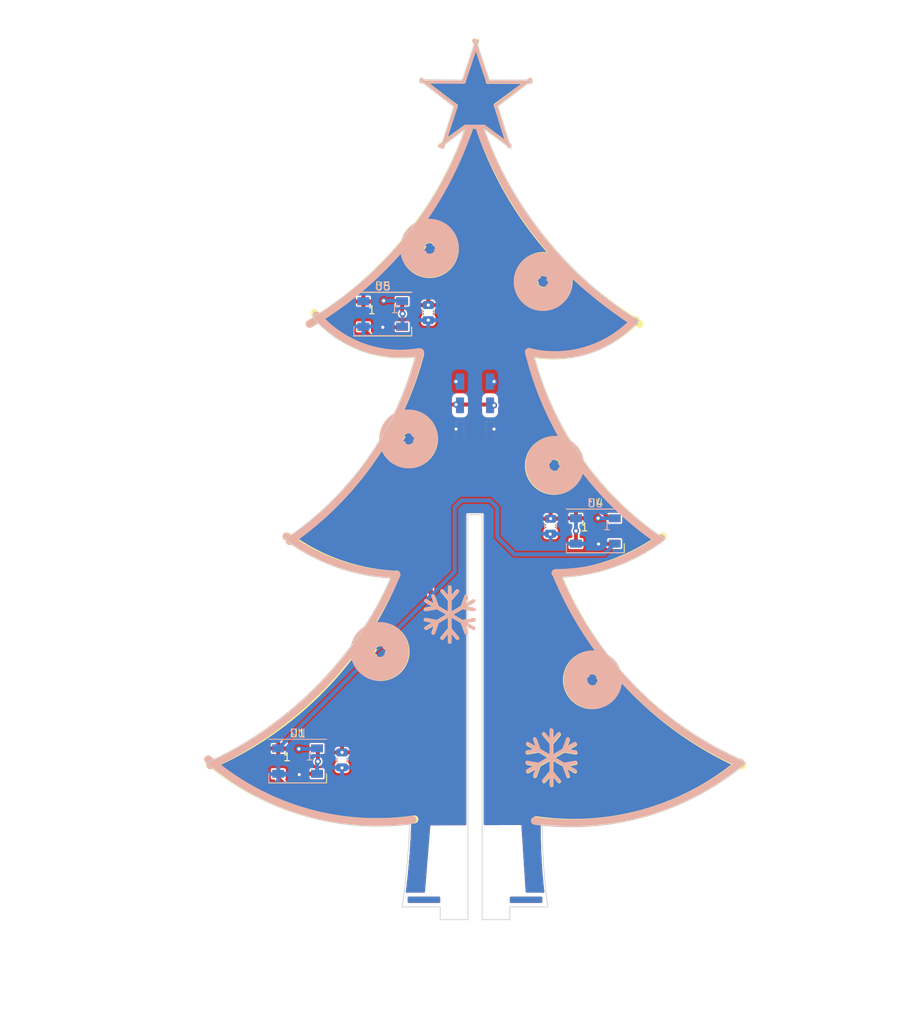
<source format=kicad_pcb>
(kicad_pcb (version 20211014) (generator pcbnew)
  (title_block (comment 4 "AISLER Project ID: SEEBHILR"))
  (layers (0 "F.Cu" signal) (31 "B.Cu" signal) (34 "B.Paste" user) (35 "F.Paste" user) (36 "B.SilkS" user "B.Silkscreen") (37 "F.SilkS" user "F.Silkscreen") (38 "B.Mask" user) (39 "F.Mask" user) (44 "Edge.Cuts" user))
  (net 0 "")
  (net 1 "+5V")
  (net 2 "GND")
  (net 3 "/DIN")
  (net 4 "Net-(U1-Pad4)")
  (net 5 "Net-(U2-Pad4)")
  (net 6 "Net-(U3-Pad4)")
  (net 7 "Net-(U4-Pad4)")
  (net 8 "Net-(U5-Pad4)")
  (net 9 "/Dout")
  (footprint "LOGO" (layer "F.Cu") (at 149.175 109.6)
    (fp_text reference "G***" hide)
    (fp_text value "LOGO" hide)
  )
  (footprint "Capacitor_SMD:C_0805_2012Metric" (layer "F.Cu") (at 149.05 80.35 -90)
    (fp_text reference "C16" hide)
    (fp_text value "0.1uF")
    (pad "1" smd roundrect (at -0.95 0 270) (size 1 1.45) (layers "F.Cu" "F.Paste" "F.Mask") (net 1 "+5V"))
    (pad "2" smd roundrect (at 0.95 0 270) (size 1 1.45) (layers "F.Cu" "F.Paste" "F.Mask") (net 2 "GND"))
  )
  (footprint "LOGO" (layer "F.Cu") (at 149.599308 72.15 -10)
    (fp_text reference "G***" hide)
    (fp_text value "LOGO" hide)
  )
  (footprint "LOGO" (layer "F.Cu") (at 133.734419 44.813426 10)
    (fp_text reference "G***" hide)
    (fp_text value "LOGO" hide)
  )
  (footprint "LOGO" (layer "F.Cu") (at 127.515 95.665 10)
    (fp_text reference "G***" hide)
    (fp_text value "LOGO" hide)
  )
  (footprint "LOGO" (layer "F.Cu") (at 136.3 91.5)
    (fp_text reference "G***" hide)
    (fp_text value "LOGO" hide)
  )
  (footprint "LED_SMD:LED_WS2812B_PLCC4_5.0x5.0mm_P3.2mm" (layer "F.Cu") (at 127.85 53.6)
    (fp_text reference "U5" (at 0 -3.5) (layer "F.SilkS"))
    (fp_text value "WS2812B")
    (fp_text user "1" (at -1.38 -0.52) (layer "F.SilkS"))
    (pad "1" smd rect (at -2.45 -1.6) (size 1.5 1) (layers "F.Cu" "F.Paste" "F.Mask") (net 1 "+5V"))
    (pad "2" smd rect (at -2.45 1.6) (size 1.5 1) (layers "F.Cu" "F.Paste" "F.Mask") (net 7 "Net-(U4-Pad4)"))
    (pad "3" smd rect (at 2.45 1.6) (size 1.5 1) (layers "F.Cu" "F.Paste" "F.Mask") (net 2 "GND"))
    (pad "4" smd rect (at 2.45 -1.6) (size 1.5 1) (layers "F.Cu" "F.Paste" "F.Mask") (net 8 "Net-(U5-Pad4)"))
  )
  (footprint "LOGO" (layer "F.Cu") (at 148.239308 48.89 -10)
    (fp_text reference "G***" hide)
    (fp_text value "LOGO" hide)
  )
  (footprint "LOGO" (layer "F.Cu") (at 131.105 68.825 10)
    (fp_text reference "G***" hide)
    (fp_text value "LOGO" hide)
  )
  (footprint "Capacitor_SMD:C_0805_2012Metric" (layer "F.Cu") (at 133.6 53.4 -90)
    (fp_text reference "C12" hide)
    (fp_text value "0.1uF")
    (pad "1" smd roundrect (at -0.95 0 270) (size 1 1.45) (layers "F.Cu" "F.Paste" "F.Mask") (net 1 "+5V"))
    (pad "2" smd roundrect (at 0.95 0 270) (size 1 1.45) (layers "F.Cu" "F.Paste" "F.Mask") (net 2 "GND"))
  )
  (footprint "LED_SMD:LED_WS2812B_PLCC4_5.0x5.0mm_P3.2mm" (layer "F.Cu") (at 117.1 110)
    (fp_text reference "U1" (at 0 -3.5) (layer "F.SilkS"))
    (fp_text value "WS2812B")
    (fp_text user "1" (at -1.33 -0.5) (layer "F.SilkS"))
    (pad "1" smd rect (at -2.45 -1.6) (size 1.5 1) (layers "F.Cu" "F.Paste" "F.Mask") (net 1 "+5V"))
    (pad "2" smd rect (at -2.45 1.6) (size 1.5 1) (layers "F.Cu" "F.Paste" "F.Mask") (net 3 "/DIN"))
    (pad "3" smd rect (at 2.45 1.6) (size 1.5 1) (layers "F.Cu" "F.Paste" "F.Mask") (net 2 "GND"))
    (pad "4" smd rect (at 2.45 -1.6) (size 1.5 1) (layers "F.Cu" "F.Paste" "F.Mask") (net 4 "Net-(U1-Pad4)"))
  )
  (footprint "LOGO" (layer "F.Cu") (at 154.399308 99.2 -10)
    (fp_text reference "G***" hide)
    (fp_text value "LOGO" hide)
  )
  (footprint "Capacitor_SMD:C_0805_2012Metric" (layer "F.Cu") (at 122.7 109.85 -90)
    (fp_text reference "C14" hide)
    (fp_text value "0.1uF")
    (pad "1" smd roundrect (at -0.95 0 270) (size 1 1.45) (layers "F.Cu" "F.Paste" "F.Mask") (net 1 "+5V"))
    (pad "2" smd roundrect (at 0.95 0 270) (size 1 1.45) (layers "F.Cu" "F.Paste" "F.Mask") (net 2 "GND"))
  )
  (footprint "LED_SMD:LED_WS2812B_PLCC4_5.0x5.0mm_P3.2mm" (layer "F.Cu") (at 154.7 80.95)
    (fp_text reference "U4" (at 0 -3.5) (layer "F.SilkS"))
    (fp_text value "WS2812B")
    (fp_text user "1" (at -1.35 -0.46) (layer "F.SilkS"))
    (pad "1" smd rect (at -2.45 -1.6) (size 1.5 1) (layers "F.Cu" "F.Paste" "F.Mask") (net 1 "+5V"))
    (pad "2" smd rect (at -2.45 1.6) (size 1.5 1) (layers "F.Cu" "F.Paste" "F.Mask") (net 6 "Net-(U3-Pad4)"))
    (pad "3" smd rect (at 2.45 1.6) (size 1.5 1) (layers "F.Cu" "F.Paste" "F.Mask") (net 2 "GND"))
    (pad "4" smd rect (at 2.45 -1.6) (size 1.5 1) (layers "F.Cu" "F.Paste" "F.Mask") (net 7 "Net-(U4-Pad4)"))
  )
  (footprint "LOGO" (layer "B.Cu") (at 130.990692 68.787039 -170)
    (fp_text reference "G***" hide)
    (fp_text value "LOGO" hide)
  )
  (footprint "LED_SMD:LED_WS2812B_PLCC4_5.0x5.0mm_P3.2mm" (layer "B.Cu") (at 154.7 80.95 180)
    (fp_text reference "U3" (at 0 3.5) (layer "B.SilkS") (effects (justify mirror)))
    (fp_text value "WS2812B")
    (fp_text user "1" (at -1.48 0.61) (layer "B.SilkS") (effects (justify mirror)))
    (pad "1" smd rect (at -2.45 1.6 180) (size 1.5 1) (layers "B.Cu" "B.Paste" "B.Mask") (net 1 "+5V"))
    (pad "2" smd rect (at -2.45 -1.6 180) (size 1.5 1) (layers "B.Cu" "B.Paste" "B.Mask") (net 5 "Net-(U2-Pad4)"))
    (pad "3" smd rect (at 2.45 -1.6 180) (size 1.5 1) (layers "B.Cu" "B.Paste" "B.Mask") (net 2 "GND"))
    (pad "4" smd rect (at 2.45 1.6 180) (size 1.5 1) (layers "B.Cu" "B.Paste" "B.Mask") (net 6 "Net-(U3-Pad4)"))
  )
  (footprint "Capacitor_SMD:C_0805_2012Metric" (layer "B.Cu") (at 122.7 109.85 -90)
    (fp_text reference "C13" hide)
    (fp_text value "0.1uF")
    (pad "1" smd roundrect (at -0.95 0 270) (size 1 1.45) (layers "B.Cu" "B.Paste" "B.Mask") (net 1 "+5V"))
    (pad "2" smd roundrect (at 0.95 0 270) (size 1 1.45) (layers "B.Cu" "B.Paste" "B.Mask") (net 2 "GND"))
  )
  (footprint "LED_SMD:LED_WS2812B_PLCC4_5.0x5.0mm_P3.2mm" (layer "B.Cu") (at 127.85 53.55 180)
    (fp_text reference "U6" (at 0 3.5) (layer "B.SilkS") (effects (justify mirror)))
    (fp_text value "WS2812B")
    (fp_text user "1" (at -1.49 0.6) (layer "B.SilkS") (effects (justify mirror)))
    (pad "1" smd rect (at -2.45 1.6 180) (size 1.5 1) (layers "B.Cu" "B.Paste" "B.Mask") (net 1 "+5V"))
    (pad "2" smd rect (at -2.45 -1.6 180) (size 1.5 1) (layers "B.Cu" "B.Paste" "B.Mask") (net 8 "Net-(U5-Pad4)"))
    (pad "3" smd rect (at 2.45 -1.6 180) (size 1.5 1) (layers "B.Cu" "B.Paste" "B.Mask") (net 2 "GND"))
    (pad "4" smd rect (at 2.45 1.6 180) (size 1.5 1) (layers "B.Cu" "B.Paste" "B.Mask") (net 9 "/Dout"))
  )
  (footprint "LOGO" (layer "B.Cu") (at 154.405 99.205 170)
    (fp_text reference "G***" hide)
    (fp_text value "LOGO" hide)
  )
  (footprint "LOGO" (layer "B.Cu") (at 148.105 48.975 170)
    (fp_text reference "G***" hide)
    (fp_text value "LOGO" hide)
  )
  (footprint "LOGO" (layer "B.Cu") (at 149.615 72.125 170)
    (fp_text reference "G***" hide)
    (fp_text value "LOGO" hide)
  )
  (footprint "LED_SMD:LED_WS2812B_PLCC4_5.0x5.0mm_P3.2mm" (layer "B.Cu") (at 117.1 110 180)
    (fp_text reference "U2" (at 0 3.5) (layer "B.SilkS") (effects (justify mirror)))
    (fp_text value "WS2812B")
    (fp_text user "1" (at -1.51 0.6) (layer "B.SilkS") (effects (justify mirror)))
    (pad "1" smd rect (at -2.45 1.6 180) (size 1.5 1) (layers "B.Cu" "B.Paste" "B.Mask") (net 1 "+5V"))
    (pad "2" smd rect (at -2.45 -1.6 180) (size 1.5 1) (layers "B.Cu" "B.Paste" "B.Mask") (net 4 "Net-(U1-Pad4)"))
    (pad "3" smd rect (at 2.45 -1.6 180) (size 1.5 1) (layers "B.Cu" "B.Paste" "B.Mask") (net 2 "GND"))
    (pad "4" smd rect (at 2.45 1.6 180) (size 1.5 1) (layers "B.Cu" "B.Paste" "B.Mask") (net 5 "Net-(U2-Pad4)"))
  )
  (footprint "LOGO" (layer "B.Cu") (at 149.138821 109.515153 180)
    (fp_text reference "G***" hide)
    (fp_text value "LOGO" hide)
  )
  (footprint "LOGO" (layer "B.Cu") (at 127.370692 95.6 -170)
    (fp_text reference "G***" hide)
    (fp_text value "LOGO" hide)
  )
  (footprint "Capacitor_SMD:C_0805_2012Metric" (layer "B.Cu") (at 133.6 53.4 -90)
    (fp_text reference "C15" hide)
    (fp_text value "0.1uF")
    (pad "1" smd roundrect (at -0.95 0 270) (size 1 1.45) (layers "B.Cu" "B.Paste" "B.Mask") (net 1 "+5V"))
    (pad "2" smd roundrect (at 0.95 0 270) (size 1 1.45) (layers "B.Cu" "B.Paste" "B.Mask") (net 2 "GND"))
  )
  (footprint "Capacitor_SMD:C_0805_2012Metric" (layer "B.Cu") (at 149.05 80.35 -90)
    (fp_text reference "C11" hide)
    (fp_text value "0.1uF")
    (pad "1" smd roundrect (at -0.95 0 270) (size 1 1.45) (layers "B.Cu" "B.Paste" "B.Mask") (net 1 "+5V"))
    (pad "2" smd roundrect (at 0.95 0 270) (size 1 1.45) (layers "B.Cu" "B.Paste" "B.Mask") (net 2 "GND"))
  )
  (footprint "LOGO" (layer "B.Cu") (at 133.65436 44.717039 -170)
    (fp_text reference "G***" hide)
    (fp_text value "LOGO" hide)
  )
  (footprint "LOGO" (layer "B.Cu") (at 136.33 91.52 180)
    (fp_text reference "G***" hide)
    (fp_text value "LOGO" hide)
  )
  (gr_circle (center 154.38 99.73) (end 153.68 99.73) (layer "B.SilkS") (width 3) (fill none))
  (gr_arc (start 159.61 54.45) (mid 153.513169 58.199051) (end 146.36 58.38) (layer "B.SilkS") (width 1))
  (gr_line (start 135.4 32.5) (end 137.075 27.35) (layer "B.SilkS") (width 0.5))
  (gr_circle (center 131.09 69.337039) (end 130.39 69.337039) (layer "B.SilkS") (width 3) (fill none))
  (gr_arc (start 159.6 54.59) (mid 147.855785 44.020223) (end 140.14 30.23) (layer "B.SilkS") (width 1))
  (gr_circle (center 127.47 96.15) (end 126.77 96.15) (layer "B.SilkS") (width 3) (fill none))
  (gr_circle (center 148.08 49.5) (end 147.38 49.5) (layer "B.SilkS") (width 3) (fill none))
  (gr_line (start 141.1 24.15) (end 139.4 19.05) (layer "B.SilkS") (width 0.5))
  (gr_arc (start 162.98 81.88) (mid 156.673165 85.144) (end 149.66 86.26) (layer "B.SilkS") (width 1))
  (gr_line (start 138.325 29.95) (end 135.075 32.375) (layer "B.SilkS") (width 0.5))
  (gr_arc (start 132.35 58.39) (mid 125.324107 57.755854) (end 119.5 53.77) (layer "B.SilkS") (width 1))
  (gr_arc (start 129.57 86.48) (mid 122.249445 85.129247) (end 115.672605 81.641898) (layer "B.SilkS") (width 1))
  (gr_arc (start 138.7 30.21) (mid 130.879998 44.335979) (end 118.61 54.83) (layer "B.SilkS") (width 1))
  (gr_circle (center 149.59 72.65) (end 148.89 72.65) (layer "B.SilkS") (width 3) (fill none))
  (gr_line (start 138.325 29.95) (end 140.575 29.95) (layer "B.SilkS") (width 0.5))
  (gr_arc (start 162.63 82.06) (mid 152.274498 71.717034) (end 146.31 58.35) (layer "B.SilkS") (width 1))
  (gr_arc (start 131.59 117.4) (mid 117.87097 116.35497) (end 105.79 109.77) (layer "B.SilkS") (width 1))
  (gr_arc (start 132.56 58.4) (mid 126.493918 71.81622) (end 116.08 82.23) (layer "B.SilkS") (width 1))
  (gr_line (start 132.725 24) (end 137.075 27.35) (layer "B.SilkS") (width 0.5))
  (gr_line (start 140.65 29.95) (end 143.85 32.3) (layer "B.SilkS") (width 0.5))
  (gr_circle (center 133.753668 45.267039) (end 133.053668 45.267039) (layer "B.SilkS") (width 3) (fill none))
  (gr_line (start 142.125 27.3) (end 146.475 24) (layer "B.SilkS") (width 0.5))
  (gr_arc (start 173.06 110.23) (mid 160.819231 116.582461) (end 147.060874 117.53) (layer "B.SilkS") (width 1))
  (gr_line (start 143.775 32.4) (end 142.125 27.3) (layer "B.SilkS") (width 0.5))
  (gr_line (start 146.55 24.25) (end 141.15 24.25) (layer "B.SilkS") (width 0.5))
  (gr_line (start 132.7 24.2) (end 138.05 24.275) (layer "B.SilkS") (width 0.5))
  (gr_arc (start 129.57 86.5) (mid 120.007008 100.661275) (end 106.05 110.52) (layer "B.SilkS") (width 1))
  (gr_arc (start 173.02 110.28) (mid 159.050368 100.531976) (end 149.72 86.28) (layer "B.SilkS") (width 1))
  (gr_line (start 139.75 19.175) (end 138.05 24.275) (layer "B.SilkS") (width 0.5))
  (gr_line (start 143.95 32.425) (end 140.7 30) (layer "F.SilkS") (width 0.5))
  (gr_arc (start 173.3 110.54) (mid 159.318083 100.818652) (end 150.01 86.56) (layer "F.SilkS") (width 1))
  (gr_arc (start 162.8 82.1) (mid 152.430156 71.807858) (end 146.4 58.5) (layer "F.SilkS") (width 1))
  (gr_line (start 142.125 27.2) (end 143.725 32.35) (layer "F.SilkS") (width 0.5))
  (gr_line (start 132.725 24) (end 137.075 27.3) (layer "F.SilkS") (width 0.5))
  (gr_circle (center 127.54 96.19) (end 128.24 96.19) (layer "F.SilkS") (width 3) (fill none))
  (gr_arc (start 159.85 54.35) (mid 153.636667 58.175002) (end 146.35 58.55) (layer "F.SilkS") (width 1))
  (gr_arc (start 173.003169 110.161326) (mid 160.901583 116.543977) (end 147.25 117.45) (layer "F.SilkS") (width 1))
  (gr_circle (center 149.5 72.7) (end 150.2 72.7) (layer "F.SilkS") (width 3) (fill none))
  (gr_arc (start 163.24 81.62) (mid 156.963087 84.984315) (end 149.99 86.43) (layer "F.SilkS") (width 1))
  (gr_arc (start 138.7 30.28) (mid 131.050844 43.924692) (end 119.38 54.34) (layer "F.SilkS") (width 1))
  (gr_line (start 138.1 24.25) (end 132.7 24.25) (layer "F.SilkS") (width 0.5))
  (gr_line (start 141.1 24.275) (end 146.5 24.3) (layer "F.SilkS") (width 0.5))
  (gr_circle (center 133.759419 45.338426) (end 134.459419 45.338426) (layer "F.SilkS") (width 3) (fill none))
  (gr_line (start 142.125 27.2) (end 146.475 24) (layer "F.SilkS") (width 0.5))
  (gr_arc (start 132.58 58.6) (mid 126.527277 71.777837) (end 116.3 82.06) (layer "F.SilkS") (width 1))
  (gr_line (start 135.15 32.225) (end 138.25 29.975) (layer "F.SilkS") (width 0.5))
  (gr_line (start 138.3 29.95) (end 140.65 29.95) (layer "F.SilkS") (width 0.5))
  (gr_circle (center 154.3 99.75) (end 155 99.75) (layer "F.SilkS") (width 3) (fill none))
  (gr_arc (start 129.57 86.44) (mid 120.239632 100.691976) (end 106.27 110.44) (layer "F.SilkS") (width 1))
  (gr_arc (start 132.5 58.51) (mid 125.165935 57.764768) (end 119.21 53.42) (layer "F.SilkS") (width 1))
  (gr_line (start 137.075 27.3) (end 135.425 32.4) (layer "F.SilkS") (width 0.5))
  (gr_line (start 139.8 19.05) (end 138.1 24.15) (layer "F.SilkS") (width 0.5))
  (gr_circle (center 148.14 49.44) (end 148.84 49.44) (layer "F.SilkS") (width 3) (fill none))
  (gr_arc (start 160.3 54.85) (mid 148.014441 44.360305) (end 140.15 30.25) (layer "F.SilkS") (width 1))
  (gr_arc (start 129.52716 86.470601) (mid 122.457529 85.11026) (end 116.08 81.77) (layer "F.SilkS") (width 1))
  (gr_line (start 141.15 24.275) (end 139.45 19.175) (layer "F.SilkS") (width 0.5))
  (gr_arc (start 131.85 117.35) (mid 118.07776 116.451906) (end 105.850874 110.05) (layer "F.SilkS") (width 1))
  (gr_line (start 137.3 30.5) (end 137.3 30.7) (layer "F.SilkS") (width 0.15))
  (gr_circle (center 131.13 69.35) (end 131.83 69.35) (layer "F.SilkS") (width 3) (fill none))
  (gr_line (start 138.6 78.9) (end 138.6 130) (layer "Edge.Cuts") (width 0.1))
  (gr_arc (start 163.5 82) (mid 153.174258 71.989119) (end 147 59) (layer "Edge.Cuts") (width 0.1))
  (gr_line (start 137.9 24.05) (end 132.5 24.05) (layer "Edge.Cuts") (width 0.1))
  (gr_line (start 135.1 130) (end 135.1 128.4) (layer "Edge.Cuts") (width 0.1))
  (gr_line (start 142.35 27.3) (end 144.05 32.7) (layer "Edge.Cuts") (width 0.1))
  (gr_line (start 142.35 27.3) (end 146.7 24.1) (layer "Edge.Cuts") (width 0.1))
  (gr_line (start 135.1 128.4) (end 130.3 128.4) (layer "Edge.Cuts") (width 0.1))
  (gr_arc (start 173.7 110.2) (mid 161.66749 116.793526) (end 148 118) (layer "Edge.Cuts") (width 0.1))
  (gr_arc (start 138.3 30.2) (mid 130.689324 43.753738) (end 119 54) (layer "Edge.Cuts") (width 0.1))
  (gr_arc (start 132 59) (mid 125.825741 71.989118) (end 115.5 82) (layer "Edge.Cuts") (width 0.1))
  (gr_line (start 139.6 18.95) (end 137.9 24.05) (layer "Edge.Cuts") (width 0.1))
  (gr_line (start 140.4 78.9) (end 140.4 130) (layer "Edge.Cuts") (width 0.1))
  (gr_line (start 138.6 130) (end 135.1 130) (layer "Edge.Cuts") (width 0.1))
  (gr_arc (start 128.85 86.85) (mid 119.423822 100.755614) (end 105.537921 110.210808) (layer "Edge.Cuts") (width 0.1))
  (gr_arc (start 131.237047 117.978087) (mid 117.571078 116.795641) (end 105.537921 110.210808) (layer "Edge.Cuts") (width 0.1))
  (gr_line (start 143.9 130) (end 140.4 130) (layer "Edge.Cuts") (width 0.1))
  (gr_arc (start 163.5 82) (mid 157.374925 85.415423) (end 150.5 86.8) (layer "Edge.Cuts") (width 0.1))
  (gr_line (start 141.3 24.05) (end 146.7 24.1) (layer "Edge.Cuts") (width 0.1))
  (gr_arc (start 160.2 54.4) (mid 154.214035 58.462012) (end 147 59) (layer "Edge.Cuts") (width 0.1))
  (gr_arc (start 148.7 128.4) (mid 148.163605 123.212546) (end 148 118) (layer "Edge.Cuts") (width 0.1))
  (gr_line (start 141.3 24.05) (end 139.6 18.95) (layer "Edge.Cuts") (width 0.1))
  (gr_arc (start 131.237047 117.978087) (mid 130.912718 123.202008) (end 130.3 128.4) (layer "Edge.Cuts") (width 0.1))
  (gr_arc (start 160.2 54.4) (mid 148.339831 43.984507) (end 140.65 30.2) (layer "Edge.Cuts") (width 0.1))
  (gr_arc (start 128.85 86.85) (mid 121.802666 85.449879) (end 115.5 82) (layer "Edge.Cuts") (width 0.1))
  (gr_line (start 135.2 32.45) (end 138.3 30.2) (layer "Edge.Cuts") (width 0.1))
  (gr_arc (start 173.7 110.2) (mid 159.886083 100.694995) (end 150.5 86.8) (layer "Edge.Cuts") (width 0.1))
  (gr_line (start 140.4 78.9) (end 138.6 78.9) (layer "Edge.Cuts") (width 0.1))
  (gr_line (start 144.05 32.7) (end 140.65 30.2) (layer "Edge.Cuts") (width 0.1))
  (gr_line (start 148.7 128.4) (end 143.9 128.4) (layer "Edge.Cuts") (width 0.1))
  (gr_line (start 132.5 24.05) (end 136.85 27.35) (layer "Edge.Cuts") (width 0.1))
  (gr_arc (start 132 59) (mid 124.875047 58.124877) (end 119 54) (layer "Edge.Cuts") (width 0.1))
  (gr_line (start 143.9 128.4) (end 143.9 130) (layer "Edge.Cuts") (width 0.1))
  (gr_line (start 136.85 27.35) (end 135.2 32.45) (layer "Edge.Cuts") (width 0.1))
  (segment (start 117.25 108.45) (end 114.7 108.45) (width 0.5) (layer "F.Cu") (net 1))
  (segment (start 155.05 79.35) (end 152.25 79.35) (width 0.5) (layer "F.Cu") (net 1))
  (segment (start 114.7 108.45) (end 114.65 108.4) (width 0.5) (layer "F.Cu") (net 1))
  (via (at 122.7 108.9) (size 0.8) (drill 0.4) (layers "F.Cu" "B.Cu") (net 1))
  (via (at 149.05 79.4) (size 0.8) (drill 0.4) (layers "F.Cu" "B.Cu") (net 1))
  (via (at 137.1 62.1) (size 0.8) (drill 0.4) (layers "F.Cu" "B.Cu") (net 1))
  (via (at 127.95 51.9) (size 0.8) (drill 0.4) (layers "F.Cu" "B.Cu") (net 1))
  (via (at 117.25 108.45) (size 0.8) (drill 0.4) (layers "F.Cu" "B.Cu") (net 1))
  (via (at 141.9 62.1) (size 0.8) (drill 0.4) (layers "F.Cu" "B.Cu") (net 1))
  (via (at 133.6 52.45) (size 0.8) (drill 0.4) (layers "F.Cu" "B.Cu") (net 1))
  (via (at 155.05 79.35) (size 0.8) (drill 0.4) (layers "F.Cu" "B.Cu") (net 1))
  (segment (start 119.5 108.45) (end 119.55 108.4) (width 0.5) (layer "B.Cu") (net 1))
  (segment (start 155.05 79.35) (end 157.15 79.35) (width 0.5) (layer "B.Cu") (net 1))
  (segment (start 127.95 51.9) (end 130.25 51.9) (width 0.5) (layer "B.Cu") (net 1))
  (segment (start 130.25 51.9) (end 130.3 51.95) (width 0.5) (layer "B.Cu") (net 1))
  (segment (start 141.9 62.1) (end 141.9 62.3) (width 0.5) (layer "B.Cu") (net 1))
  (segment (start 117.25 108.45) (end 119.5 108.45) (width 0.5) (layer "B.Cu") (net 1))
  (segment (start 130.25 55.25) (end 130.3 55.2) (width 0.5) (layer "F.Cu") (net 2))
  (segment (start 117.4 111.6) (end 117.3 111.7) (width 0.5) (layer "F.Cu") (net 2))
  (segment (start 127.85 55.25) (end 130.25 55.25) (width 0.5) (layer "F.Cu") (net 2))
  (segment (start 157.1 82.6) (end 157.15 82.55) (width 0.5) (layer "F.Cu") (net 2))
  (segment (start 119.55 111.6) (end 117.4 111.6) (width 0.5) (layer "F.Cu") (net 2))
  (segment (start 155.1 82.6) (end 157.1 82.6) (width 0.5) (layer "F.Cu") (net 2))
  (via (at 155.1 82.6) (size 0.8) (drill 0.4) (layers "F.Cu" "B.Cu") (net 2))
  (via (at 122.7 110.85) (size 0.8) (drill 0.4) (layers "F.Cu" "B.Cu") (net 2))
  (via (at 137.1 68.1) (size 0.8) (drill 0.4) (layers "F.Cu" "B.Cu") (net 2))
  (via (at 141.9 68.1) (size 0.8) (drill 0.4) (layers "F.Cu" "B.Cu") (net 2))
  (via (at 117.3 111.7) (size 0.8) (drill 0.4) (layers "F.Cu" "B.Cu") (net 2))
  (via (at 133.6 54.35) (size 0.8) (drill 0.4) (layers "F.Cu" "B.Cu") (net 2))
  (via (at 127.85 55.25) (size 0.8) (drill 0.4) (layers "F.Cu" "B.Cu") (net 2))
  (via (at 149 81.35) (size 0.8) (drill 0.4) (layers "F.Cu" "B.Cu") (net 2))
  (segment (start 114.75 111.7) (end 114.65 111.6) (width 0.5) (layer "B.Cu") (net 2))
  (segment (start 117.3 111.7) (end 114.75 111.7) (width 0.5) (layer "B.Cu") (net 2))
  (segment (start 148.75 81.35) (end 149 81.35) (width 0.5) (layer "B.Cu") (net 2))
  (segment (start 152.3 82.6) (end 152.25 82.55) (width 0.5) (layer "B.Cu") (net 2))
  (segment (start 155.1 82.6) (end 152.3 82.6) (width 0.5) (layer "B.Cu") (net 2))
  (segment (start 133.9 108.25) (end 133.9 67) (width 0.5) (layer "F.Cu") (net 3))
  (segment (start 133.9 67) (end 135.9 65) (width 0.5) (layer "F.Cu") (net 3))
  (segment (start 135.9 65) (end 137.1 65) (width 0.5) (layer "F.Cu") (net 3))
  (segment (start 114.65 111.6) (end 114.65 112.15) (width 0.5) (layer "F.Cu") (net 3))
  (segment (start 114.65 112.15) (end 117 114.5) (width 0.5) (layer "F.Cu") (net 3))
  (segment (start 137.1 65) (end 141.8 65) (width 0.5) (layer "F.Cu") (net 3))
  (segment (start 117 114.5) (end 127.65 114.5) (width 0.5) (layer "F.Cu") (net 3))
  (segment (start 141.8 65) (end 141.9 65.1) (width 0.5) (layer "F.Cu") (net 3))
  (segment (start 127.65 114.5) (end 133.9 108.25) (width 0.5) (layer "F.Cu") (net 3))
  (via (at 141.9 65.1) (size 0.8) (drill 0.4) (layers "F.Cu" "B.Cu") (net 3))
  (via (at 137.1 65) (size 0.8) (drill 0.4) (layers "F.Cu" "B.Cu") (net 3))
  (segment (start 119.65 110.05) (end 119.65 108.5) (width 0.5) (layer "F.Cu") (net 4))
  (segment (start 119.65 108.5) (end 119.55 108.4) (width 0.5) (layer "F.Cu") (net 4))
  (segment (start 119.6 108.35) (end 119.55 108.4) (width 0.5) (layer "F.Cu") (net 4))
  (via (at 119.65 110.05) (size 0.8) (drill 0.4) (layers "F.Cu" "B.Cu") (net 4))
  (segment (start 119.55 111.6) (end 119.55 110.15) (width 0.5) (layer "B.Cu") (net 4))
  (segment (start 119.55 110.15) (end 119.65 110.05) (width 0.5) (layer "B.Cu") (net 4))
  (segment (start 157.2 82.6) (end 157.15 82.55) (width 0.5) (layer "B.Cu") (net 5))
  (segment (start 141.4 77.1) (end 137.8 77.1) (width 0.5) (layer "B.Cu") (net 5))
  (segment (start 137.8 77.1) (end 136.925 77.975) (width 0.5) (layer "B.Cu") (net 5))
  (segment (start 155.8 83.9) (end 144.5 83.9) (width 0.5) (layer "B.Cu") (net 5))
  (segment (start 142.3 78) (end 141.4 77.1) (width 0.5) (layer "B.Cu") (net 5))
  (segment (start 142.3 81.7) (end 142.3 78) (width 0.5) (layer "B.Cu") (net 5))
  (segment (start 157.15 82.55) (end 155.8 83.9) (width 0.5) (layer "B.Cu") (net 5))
  (segment (start 136.925 86.125) (end 114.65 108.4) (width 0.5) (layer "B.Cu") (net 5))
  (segment (start 136.925 77.975) (end 136.925 86.125) (width 0.5) (layer "B.Cu") (net 5))
  (segment (start 144.5 83.9) (end 142.3 81.7) (width 0.5) (layer "B.Cu") (net 5))
  (segment (start 152.25 80.95) (end 152.25 82.55) (width 0.5) (layer "F.Cu") (net 6))
  (via (at 152.25 80.95) (size 0.8) (drill 0.4) (layers "F.Cu" "B.Cu") (net 6))
  (segment (start 152.25 79.35) (end 152.25 80.95) (width 0.5) (layer "B.Cu") (net 6))
  (segment (start 125.4 55.5) (end 125.4 55.2) (width 0.5) (layer "F.Cu") (net 7))
  (segment (start 141.4 58) (end 134.7 58) (width 0.5) (layer "F.Cu") (net 7))
  (segment (start 133.4 56.7) (end 126.6 56.7) (width 0.5) (layer "F.Cu") (net 7))
  (segment (start 156.4 79.35) (end 145.2 68.15) (width 0.5) (layer "F.Cu") (net 7))
  (segment (start 145.2 68.15) (end 145.2 61.8) (width 0.5) (layer "F.Cu") (net 7))
  (segment (start 134.7 58) (end 133.4 56.7) (width 0.5) (layer "F.Cu") (net 7))
  (segment (start 145.2 61.8) (end 141.4 58) (width 0.5) (layer "F.Cu") (net 7))
  (segment (start 126.6 56.7) (end 125.4 55.5) (width 0.5) (layer "F.Cu") (net 7))
  (segment (start 157.15 79.35) (end 156.4 79.35) (width 0.5) (layer "F.Cu") (net 7))
  (segment (start 130.3 52) (end 130.3 53.5) (width 0.5) (layer "F.Cu") (net 8))
  (segment (start 130.3 53.5) (end 130.35 53.55) (width 0.5) (layer "F.Cu") (net 8))
  (via (at 130.35 53.55) (size 0.8) (drill 0.4) (layers "F.Cu" "B.Cu") (net 8))
  (segment (start 130.35 53.55) (end 130.35 55.1) (width 0.5) (layer "B.Cu") (net 8))
  (segment (start 130.35 55.1) (end 130.3 55.15) (width 0.5) (layer "B.Cu") (net 8))
  (zone (net 3) (net_name "/DIN") (layers F&B.Cu) (priority 1) (connect_pads (clearance 0.508)) (min_thickness 0.254) (fill yes (thermal_gap 0.508) (thermal_bridge_width 0.508) (island_removal_mode 1) (island_area_min 0))
    (polygon (pts (xy 137.1 66.1) (xy 137.1 64.1) (xy 138.1 64.1) (xy 138.1 66.1)))
  )
  (zone (net 3) (net_name "/DIN") (layers F&B.Cu) (priority 1) (connect_pads (clearance 0.508)) (min_thickness 0.254) (fill yes (thermal_gap 0.508) (thermal_bridge_width 0.508) (island_removal_mode 1) (island_area_min 0))
    (polygon (pts (xy 140.9 66.1) (xy 140.9 64.1) (xy 141.9 64.1) (xy 141.9 66.1)))
  )
  (zone (net 1) (net_name "+5V") (layers F&B.Cu) (priority 1) (connect_pads (clearance 0.508)) (min_thickness 0.254) (fill yes (thermal_gap 0.508) (thermal_bridge_width 0.508) (island_removal_mode 1) (island_area_min 0))
    (polygon (pts (xy 137.1 63.1) (xy 137.1 61.1) (xy 138.1 61.1) (xy 138.1 63.1)))
  )
  (zone (net 1) (net_name "+5V") (layers F&B.Cu) (priority 1) (connect_pads (clearance 0.508)) (min_thickness 0.254) (fill yes (thermal_gap 0.508) (thermal_bridge_width 0.508) (island_removal_mode 1) (island_area_min 0))
    (polygon (pts (xy 140.9 63.1) (xy 140.9 61.1) (xy 141.9 61.1) (xy 141.9 63.1)))
  )
  (zone (net 2) (net_name "GND") (layers F&B.Cu) (priority 1) (connect_pads (clearance 0.508)) (min_thickness 0.254) (fill yes (thermal_gap 0.508) (thermal_bridge_width 0.508) (island_removal_mode 1) (island_area_min 0))
    (polygon (pts (xy 137.1 69.1) (xy 137.1 67.1) (xy 138.1 67.1) (xy 138.1 69.1)))
  )
  (zone (net 0) (net_name "") (layers F&B.Cu) (priority 1) (connect_pads (clearance 0.508)) (min_thickness 0.254) (fill yes (thermal_gap 0.508) (thermal_bridge_width 0.508) (island_removal_mode 1) (island_area_min 0))
    (polygon (pts (xy 148 128.1) (xy 143.9 128.1) (xy 143.9 127.1) (xy 148 127.1)))
  )
  (zone (net 2) (net_name "GND") (layers F&B.Cu) (priority 1) (connect_pads (clearance 0.508)) (min_thickness 0.254) (fill yes (thermal_gap 0.508) (thermal_bridge_width 0.508) (island_removal_mode 1) (island_area_min 0))
    (polygon (pts (xy 140.9 69.1) (xy 140.9 67.1) (xy 141.9 67.1) (xy 141.9 69.1)))
  )
  (zone (net 0) (net_name "") (layers F&B.Cu) (priority 1) (connect_pads (clearance 0.508)) (min_thickness 0.254) (fill yes (thermal_gap 0.508) (thermal_bridge_width 0.508) (island_removal_mode 1) (island_area_min 0))
    (polygon (pts (xy 135.1 128.1) (xy 131 128.1) (xy 131 127.1) (xy 135.1 127.1)))
  )
  (zone (net 1) (net_name "+5V") (layer "F.Cu") (connect_pads (clearance 0.2)) (min_thickness 0.254) (fill yes (thermal_gap 0.508) (thermal_bridge_width 0.508))
    (polygon (pts (xy 159.35 18.45) (xy 185.15 132.5) (xy 90.25 139.5) (xy 92 125.95) (xy 92.2 18.35)))
  )
  (zone (net 0) (net_name "") (layers F&B.Cu "F.Mask") (connect_pads (clearance 0)) (min_thickness 0.254)
    (keepout (tracks not_allowed) (vias allowed) (pads allowed) (copperpour not_allowed) (footprints allowed))
    (fill (thermal_gap 0.508) (thermal_bridge_width 0.508))
    (polygon (pts (xy 145.36 118.06) (xy 145.931766 126.996893) (xy 133.131766 126.996893) (xy 133.851616 118.105431)))
  )
  (zone (net 2) (net_name "GND") (layer "B.Cu") (connect_pads (clearance 0.2)) (min_thickness 0.254) (fill yes (thermal_gap 0.508) (thermal_bridge_width 0.508))
    (polygon (pts (xy 174 18.35) (xy 196.1 132.95) (xy 79.5 143.2) (xy 84.3 13.95)))
  )
)
</source>
